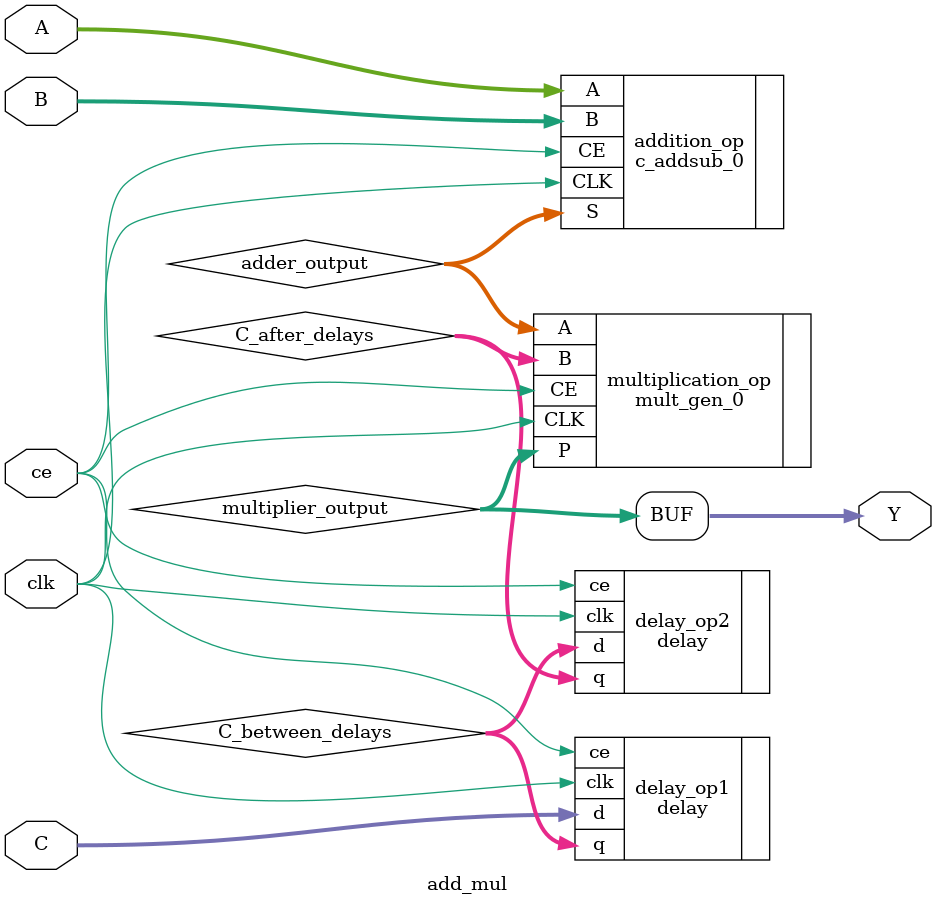
<source format=v>
`timescale 1ns / 1ps


module add_mul(
    input clk,
    input ce,
    input[7:0] A,
    input[7:0] B,
    input[7:0] C,
    output[16:0] Y  
    );
    wire signed [8:0] adder_output;  // Wire for the output of addition operation
    wire signed [8:0] C_between_delays;  // Wire for intermediate value after delay_op1
    wire signed [8:0] C_after_delays;  // Wire for the output of delay_op2
    wire signed [16:0] multiplier_output;  // Wire for the output of multiplication operation
    
// latency = 2
c_addsub_0 addition_op(
   .A(A),
   .B(B),
   .CLK(clk),
   .CE(ce),
   .S(adder_output)
    );
    
delay delay_op1(
    .clk(clk),
    .ce(ce),
    .d(C),
    .q(C_between_delays)
    );
    
delay delay_op2(
    .clk(clk),
    .ce(ce),
    .d(C_between_delays),
    .q(C_after_delays)
    );
    
mult_gen_0 multiplication_op(
    .CLK(clk),
    .CE(ce),
    .A(adder_output),
    .B(C_after_delays),
    .P(multiplier_output)
    );
    
    assign Y = multiplier_output;
        
endmodule

</source>
